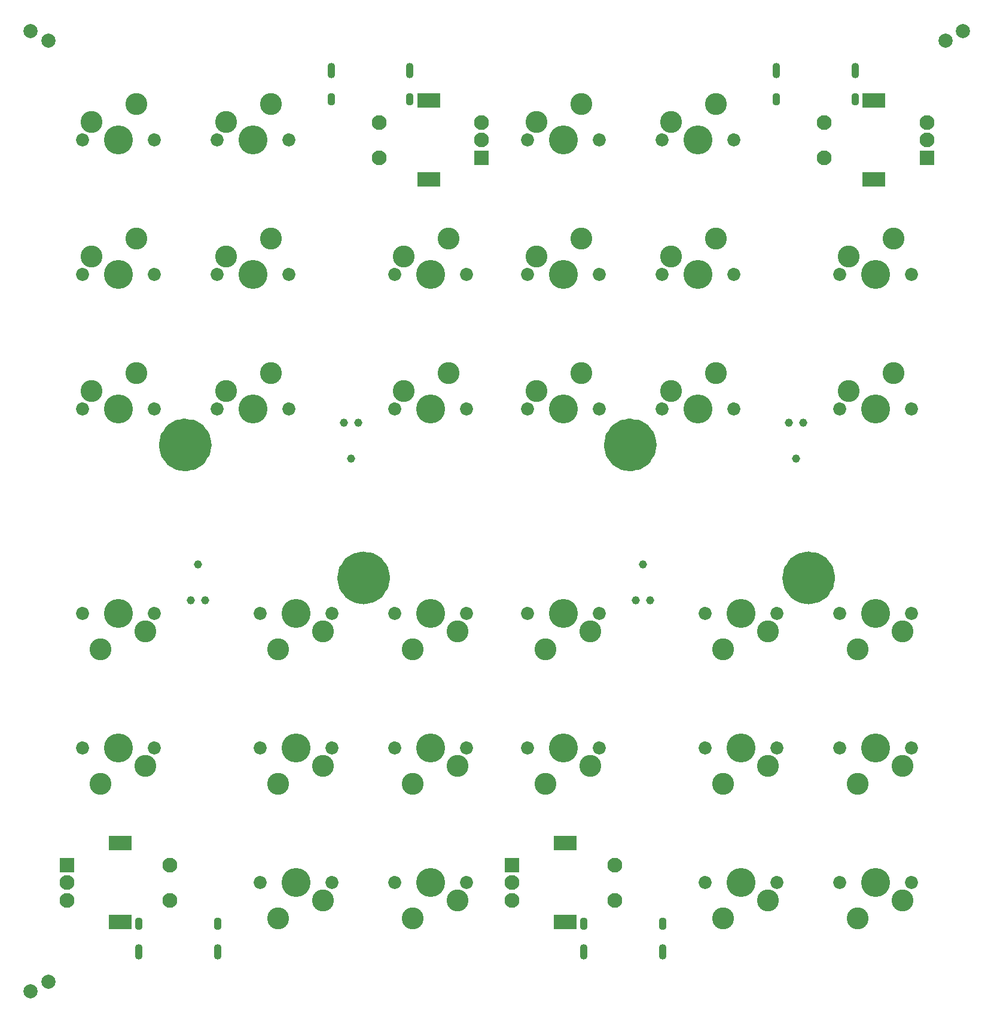
<source format=gts>
G04 #@! TF.GenerationSoftware,KiCad,Pcbnew,7.0.0-da2b9df05c~165~ubuntu22.04.1*
G04 #@! TF.CreationDate,2023-05-29T12:10:48+00:00*
G04 #@! TF.ProjectId,pcb-panel,7063622d-7061-46e6-956c-2e6b69636164,5.0*
G04 #@! TF.SameCoordinates,Original*
G04 #@! TF.FileFunction,Soldermask,Top*
G04 #@! TF.FilePolarity,Negative*
%FSLAX46Y46*%
G04 Gerber Fmt 4.6, Leading zero omitted, Abs format (unit mm)*
G04 Created by KiCad (PCBNEW 7.0.0-da2b9df05c~165~ubuntu22.04.1) date 2023-05-29 12:10:48*
%MOMM*%
%LPD*%
G01*
G04 APERTURE LIST*
G04 Aperture macros list*
%AMRoundRect*
0 Rectangle with rounded corners*
0 $1 Rounding radius*
0 $2 $3 $4 $5 $6 $7 $8 $9 X,Y pos of 4 corners*
0 Add a 4 corners polygon primitive as box body*
4,1,4,$2,$3,$4,$5,$6,$7,$8,$9,$2,$3,0*
0 Add four circle primitives for the rounded corners*
1,1,$1+$1,$2,$3*
1,1,$1+$1,$4,$5*
1,1,$1+$1,$6,$7*
1,1,$1+$1,$8,$9*
0 Add four rect primitives between the rounded corners*
20,1,$1+$1,$2,$3,$4,$5,0*
20,1,$1+$1,$4,$5,$6,$7,0*
20,1,$1+$1,$6,$7,$8,$9,0*
20,1,$1+$1,$8,$9,$2,$3,0*%
G04 Aperture macros list end*
%ADD10C,3.750000*%
%ADD11C,2.000000*%
%ADD12RoundRect,0.050000X-1.000000X-1.000000X1.000000X-1.000000X1.000000X1.000000X-1.000000X1.000000X0*%
%ADD13C,2.100000*%
%ADD14RoundRect,0.050000X-1.600000X-1.000000X1.600000X-1.000000X1.600000X1.000000X-1.600000X1.000000X0*%
%ADD15RoundRect,0.050000X1.000000X1.000000X-1.000000X1.000000X-1.000000X-1.000000X1.000000X-1.000000X0*%
%ADD16RoundRect,0.050000X1.600000X1.000000X-1.600000X1.000000X-1.600000X-1.000000X1.600000X-1.000000X0*%
%ADD17C,1.850000*%
%ADD18C,3.100000*%
%ADD19C,4.100000*%
%ADD20O,1.100000X1.800000*%
%ADD21O,1.100000X2.200000*%
%ADD22C,1.167000*%
G04 APERTURE END LIST*
G04 #@! TO.C,G\u002A\u002A\u002A*
D10*
X89247777Y79915776D02*
G75*
G03*
X89247777Y79915776I-1875000J0D01*
G01*
X26247777Y79915776D02*
G75*
G03*
X26247777Y79915776I-1875000J0D01*
G01*
X114502227Y61084229D02*
G75*
G03*
X114502227Y61084229I-1875000J0D01*
G01*
X51502227Y61084229D02*
G75*
G03*
X51502227Y61084229I-1875000J0D01*
G01*
G04 #@! TD*
D11*
G04 #@! TO.C,REF\u002A\u002A*
X132000004Y137150005D03*
G04 #@! TD*
G04 #@! TO.C,REF\u002A\u002A*
X5000000Y3850000D03*
G04 #@! TD*
G04 #@! TO.C,REF\u002A\u002A*
X5000000Y137150005D03*
G04 #@! TD*
G04 #@! TO.C,REF\u002A\u002A*
X134500004Y138500005D03*
G04 #@! TD*
D12*
G04 #@! TO.C,MX3*
X70653752Y20418750D03*
D13*
X70653752Y15418750D03*
X70653752Y17918750D03*
D14*
X78153752Y23518750D03*
X78153752Y12318750D03*
D13*
X85153752Y15418750D03*
X85153752Y20418750D03*
G04 #@! TD*
D15*
G04 #@! TO.C,MX3*
X129346252Y120581255D03*
D13*
X129346252Y125581255D03*
X129346252Y123081255D03*
D16*
X121846252Y117481255D03*
X121846252Y128681255D03*
D13*
X114846252Y125581255D03*
X114846252Y120581255D03*
G04 #@! TD*
D12*
G04 #@! TO.C,MX3*
X7653752Y20418750D03*
D13*
X7653752Y15418750D03*
X7653752Y17918750D03*
D14*
X15153752Y23518750D03*
X15153752Y12318750D03*
D13*
X22153752Y15418750D03*
X22153752Y20418750D03*
G04 #@! TD*
D15*
G04 #@! TO.C,MX3*
X66346252Y120581255D03*
D13*
X66346252Y125581255D03*
X66346252Y123081255D03*
D16*
X58846252Y117481255D03*
X58846252Y128681255D03*
D13*
X51846252Y125581255D03*
X51846252Y120581255D03*
G04 #@! TD*
D11*
G04 #@! TO.C,REF\u002A\u002A*
X2500000Y2500000D03*
G04 #@! TD*
G04 #@! TO.C,REF\u002A\u002A*
X2500000Y138500005D03*
G04 #@! TD*
D17*
G04 #@! TO.C,MX8*
X97973752Y56018750D03*
D18*
X100513752Y50938750D03*
D19*
X103053752Y56018750D03*
D18*
X106863752Y53478750D03*
D17*
X108133752Y56018750D03*
G04 #@! TD*
G04 #@! TO.C,MX8*
X102026252Y84981255D03*
D18*
X99486252Y90061255D03*
D19*
X96946252Y84981255D03*
D18*
X93136252Y87521255D03*
D17*
X91866252Y84981255D03*
G04 #@! TD*
G04 #@! TO.C,MX8*
X39026252Y84981255D03*
D18*
X36486252Y90061255D03*
D19*
X33946252Y84981255D03*
D18*
X30136252Y87521255D03*
D17*
X28866252Y84981255D03*
G04 #@! TD*
G04 #@! TO.C,MX8*
X34973752Y56018750D03*
D18*
X37513752Y50938750D03*
D19*
X40053752Y56018750D03*
D18*
X43863752Y53478750D03*
D17*
X45133752Y56018750D03*
G04 #@! TD*
G04 #@! TO.C,MX6*
X127176252Y104031255D03*
D18*
X124636252Y109111255D03*
D19*
X122096252Y104031255D03*
D18*
X118286252Y106571255D03*
D17*
X117016252Y104031255D03*
G04 #@! TD*
G04 #@! TO.C,MX6*
X64176252Y104031255D03*
D18*
X61636252Y109111255D03*
D19*
X59096252Y104031255D03*
D18*
X55286252Y106571255D03*
D17*
X54016252Y104031255D03*
G04 #@! TD*
G04 #@! TO.C,MX6*
X9823752Y36968750D03*
D18*
X12363752Y31888750D03*
D19*
X14903752Y36968750D03*
D18*
X18713752Y34428750D03*
D17*
X19983752Y36968750D03*
G04 #@! TD*
G04 #@! TO.C,MX6*
X72823752Y36968750D03*
D18*
X75363752Y31888750D03*
D19*
X77903752Y36968750D03*
D18*
X81713752Y34428750D03*
D17*
X82983752Y36968750D03*
G04 #@! TD*
G04 #@! TO.C,MX9*
X64176252Y84981255D03*
D18*
X61636252Y90061255D03*
D19*
X59096252Y84981255D03*
D18*
X55286252Y87521255D03*
D17*
X54016252Y84981255D03*
G04 #@! TD*
G04 #@! TO.C,MX9*
X9823752Y56018750D03*
D18*
X12363752Y50938750D03*
D19*
X14903752Y56018750D03*
D18*
X18713752Y53478750D03*
D17*
X19983752Y56018750D03*
G04 #@! TD*
G04 #@! TO.C,MX9*
X72823752Y56018750D03*
D18*
X75363752Y50938750D03*
D19*
X77903752Y56018750D03*
D18*
X81713752Y53478750D03*
D17*
X82983752Y56018750D03*
G04 #@! TD*
G04 #@! TO.C,MX9*
X127176252Y84981255D03*
D18*
X124636252Y90061255D03*
D19*
X122096252Y84981255D03*
D18*
X118286252Y87521255D03*
D17*
X117016252Y84981255D03*
G04 #@! TD*
G04 #@! TO.C,MX1*
X19976252Y123081255D03*
D18*
X17436252Y128161255D03*
D19*
X14896252Y123081255D03*
D18*
X11086252Y125621255D03*
D17*
X9816252Y123081255D03*
G04 #@! TD*
G04 #@! TO.C,MX1*
X54023752Y17918750D03*
D18*
X56563752Y12838750D03*
D19*
X59103752Y17918750D03*
D18*
X62913752Y15378750D03*
D17*
X64183752Y17918750D03*
G04 #@! TD*
G04 #@! TO.C,MX1*
X82976252Y123081255D03*
D18*
X80436252Y128161255D03*
D19*
X77896252Y123081255D03*
D18*
X74086252Y125621255D03*
D17*
X72816252Y123081255D03*
G04 #@! TD*
G04 #@! TO.C,MX1*
X117023752Y17918750D03*
D18*
X119563752Y12838750D03*
D19*
X122103752Y17918750D03*
D18*
X125913752Y15378750D03*
D17*
X127183752Y17918750D03*
G04 #@! TD*
G04 #@! TO.C,MX2*
X34973752Y17918750D03*
D18*
X37513752Y12838750D03*
D19*
X40053752Y17918750D03*
D18*
X43863752Y15378750D03*
D17*
X45133752Y17918750D03*
G04 #@! TD*
G04 #@! TO.C,MX2*
X102026252Y123081255D03*
D18*
X99486252Y128161255D03*
D19*
X96946252Y123081255D03*
D18*
X93136252Y125621255D03*
D17*
X91866252Y123081255D03*
G04 #@! TD*
G04 #@! TO.C,MX2*
X97973752Y17918750D03*
D18*
X100513752Y12838750D03*
D19*
X103053752Y17918750D03*
D18*
X106863752Y15378750D03*
D17*
X108133752Y17918750D03*
G04 #@! TD*
G04 #@! TO.C,MX2*
X39026252Y123081255D03*
D18*
X36486252Y128161255D03*
D19*
X33946252Y123081255D03*
D18*
X30136252Y125621255D03*
D17*
X28866252Y123081255D03*
G04 #@! TD*
D20*
G04 #@! TO.C,J1*
X108035772Y128900775D03*
X119185772Y128900775D03*
D21*
X119185772Y132900775D03*
X108035772Y132900775D03*
G04 #@! TD*
D20*
G04 #@! TO.C,J1*
X45035772Y128900775D03*
X56185772Y128900775D03*
D21*
X56185772Y132900775D03*
X45035772Y132900775D03*
G04 #@! TD*
D20*
G04 #@! TO.C,J1*
X91964230Y12099228D03*
X80814230Y12099228D03*
D21*
X80814230Y8099228D03*
X91964230Y8099228D03*
G04 #@! TD*
D20*
G04 #@! TO.C,J1*
X28964230Y12099228D03*
X17814230Y12099228D03*
D21*
X17814230Y8099228D03*
X28964230Y8099228D03*
G04 #@! TD*
D17*
G04 #@! TO.C,MX7*
X19976252Y84981255D03*
D18*
X17436252Y90061255D03*
D19*
X14896252Y84981255D03*
D18*
X11086252Y87521255D03*
D17*
X9816252Y84981255D03*
G04 #@! TD*
G04 #@! TO.C,MX7*
X82976252Y84981255D03*
D18*
X80436252Y90061255D03*
D19*
X77896252Y84981255D03*
D18*
X74086252Y87521255D03*
D17*
X72816252Y84981255D03*
G04 #@! TD*
G04 #@! TO.C,MX7*
X54023752Y56018750D03*
D18*
X56563752Y50938750D03*
D19*
X59103752Y56018750D03*
D18*
X62913752Y53478750D03*
D17*
X64183752Y56018750D03*
G04 #@! TD*
G04 #@! TO.C,MX7*
X117023752Y56018750D03*
D18*
X119563752Y50938750D03*
D19*
X122103752Y56018750D03*
D18*
X125913752Y53478750D03*
D17*
X127183752Y56018750D03*
G04 #@! TD*
G04 #@! TO.C,MX4*
X19976252Y104031255D03*
D18*
X17436252Y109111255D03*
D19*
X14896252Y104031255D03*
D18*
X11086252Y106571255D03*
D17*
X9816252Y104031255D03*
G04 #@! TD*
G04 #@! TO.C,MX4*
X82976252Y104031255D03*
D18*
X80436252Y109111255D03*
D19*
X77896252Y104031255D03*
D18*
X74086252Y106571255D03*
D17*
X72816252Y104031255D03*
G04 #@! TD*
G04 #@! TO.C,MX4*
X54023752Y36968750D03*
D18*
X56563752Y31888750D03*
D19*
X59103752Y36968750D03*
D18*
X62913752Y34428750D03*
D17*
X64183752Y36968750D03*
G04 #@! TD*
G04 #@! TO.C,MX4*
X117023752Y36968750D03*
D18*
X119563752Y31888750D03*
D19*
X122103752Y36968750D03*
D18*
X125913752Y34428750D03*
D17*
X127183752Y36968750D03*
G04 #@! TD*
D22*
G04 #@! TO.C,J3*
X26184231Y63007229D03*
X27200231Y57927229D03*
X25168231Y57927229D03*
G04 #@! TD*
G04 #@! TO.C,J3*
X89184231Y63007229D03*
X90200231Y57927229D03*
X88168231Y57927229D03*
G04 #@! TD*
G04 #@! TO.C,J3*
X47815773Y77992776D03*
X46799773Y83072776D03*
X48831773Y83072776D03*
G04 #@! TD*
G04 #@! TO.C,J3*
X110815773Y77992776D03*
X109799773Y83072776D03*
X111831773Y83072776D03*
G04 #@! TD*
D17*
G04 #@! TO.C,MX5*
X39030773Y104040776D03*
D18*
X36490773Y109120776D03*
D19*
X33950773Y104040776D03*
D18*
X30140773Y106580776D03*
D17*
X28870773Y104040776D03*
G04 #@! TD*
G04 #@! TO.C,MX5*
X102030773Y104040776D03*
D18*
X99490773Y109120776D03*
D19*
X96950773Y104040776D03*
D18*
X93140773Y106580776D03*
D17*
X91870773Y104040776D03*
G04 #@! TD*
G04 #@! TO.C,MX5*
X34969231Y36959229D03*
D18*
X37509231Y31879229D03*
D19*
X40049231Y36959229D03*
D18*
X43859231Y34419229D03*
D17*
X45129231Y36959229D03*
G04 #@! TD*
G04 #@! TO.C,MX5*
X97969231Y36959229D03*
D18*
X100509231Y31879229D03*
D19*
X103049231Y36959229D03*
D18*
X106859231Y34419229D03*
D17*
X108129231Y36959229D03*
G04 #@! TD*
M02*

</source>
